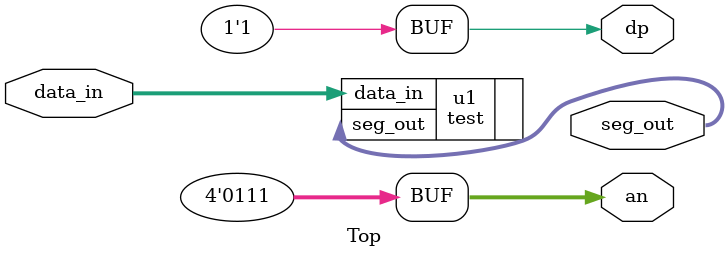
<source format=v>
`timescale 1ns / 1ps

module Top(
    input [3:0] data_in,
    output dp,
    output [3:0] an,
    output [6:0] seg_out
    );
	 
	 assign an = 4'b0111;
	 assign dp = 1;
	 test u1 (.data_in(data_in), .seg_out(seg_out));
	 


endmodule

</source>
